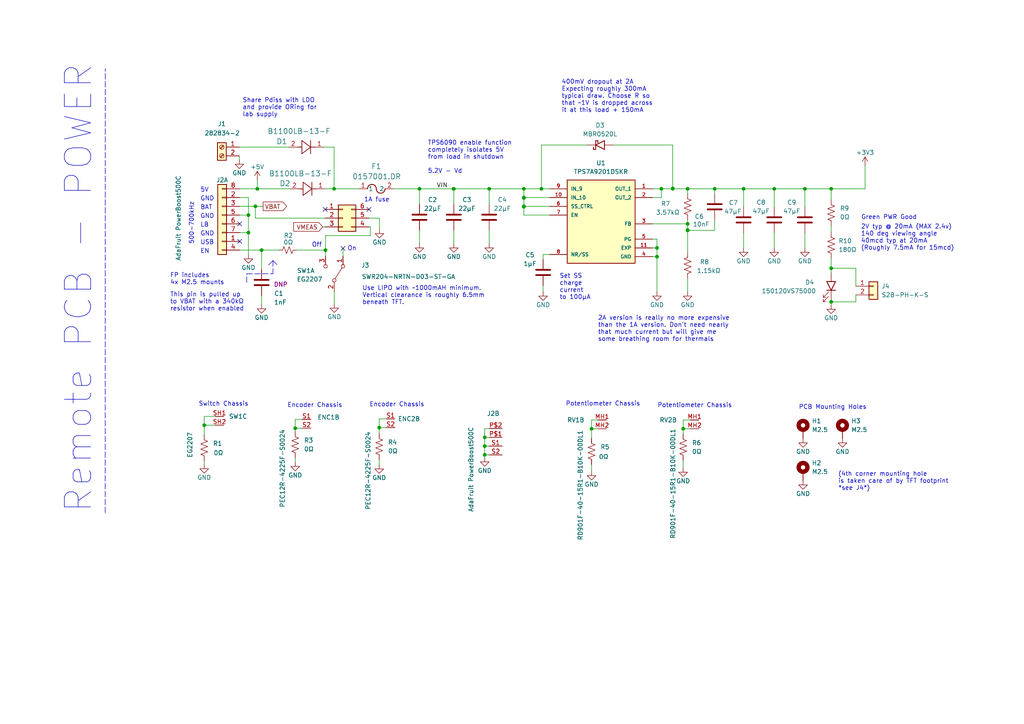
<source format=kicad_sch>
(kicad_sch (version 20211123) (generator eeschema)
  (paper "A4")
  (lib_symbols
    (symbol "015702.5DR:015702.5DR" (pin_names (offset 0.254))
      (property "Reference" "F" (at 5.08 3.175 0))
      (property "Value" "015702.5DR" (at 5.08 -3.175 0))
      (symbol "015702.5DR_1_1"
        (arc (start 5.08 0) (mid 3.81 1.27) (end 2.54 0) (stroke (width 0.254)))
        (arc (start 5.08 0) (mid 6.35 -1.27) (end 7.62 0) (stroke (width 0.254)))
        (pin unspecified line (at 0 0 0) (length 2.54) (name "1") (number "1"))
        (pin unspecified line (at 10.16 0 180) (length 2.54) (name "2") (number "2"))
      )
      (symbol "015702.5DR_1_2"
        (arc (start 0 5.08) (mid -1.27 3.81) (end 0 2.54) (stroke (width 0.254)))
        (arc (start 0 5.08) (mid 1.27 6.35) (end 0 7.62) (stroke (width 0.254)))
        (pin unspecified line (at 0 0 90) (length 2.54) (name "1") (number "1"))
        (pin unspecified line (at 0 10.16 270) (length 2.54) (name "2") (number "2"))
      )
    )
    (symbol "B1100LB-13-F:B1100LB-13-F" (pin_names (offset 0.254))
      (property "Reference" "CR" (at 5.08 4.445 0))
      (property "Value" "B1100LB-13-F" (at 5.08 -3.81 0))
      (symbol "B1100LB-13-F_1_1"
        (polyline (pts (xy 2.54 0) (xy 3.4798 0)) (stroke (width 0.2032)))
        (polyline (pts (xy 3.175 0) (xy 3.81 0)) (stroke (width 0.2032)))
        (polyline (pts (xy 3.81 -1.905) (xy 6.35 0)) (stroke (width 0.2032)))
        (polyline (pts (xy 3.81 1.905) (xy 3.81 -1.905)) (stroke (width 0.2032)))
        (polyline (pts (xy 6.35 -1.905) (xy 6.35 1.905)) (stroke (width 0.2032)))
        (polyline (pts (xy 6.35 0) (xy 3.81 1.905)) (stroke (width 0.2032)))
        (polyline (pts (xy 6.35 0) (xy 7.62 0)) (stroke (width 0.2032)))
        (pin unspecified line (at 10.16 0 180) (length 2.54) (name "") (number "1"))
        (pin unspecified line (at 0 0 0) (length 2.54) (name "") (number "2"))
      )
      (symbol "B1100LB-13-F_1_2"
        (polyline (pts (xy -1.905 3.81) (xy 1.905 3.81)) (stroke (width 0.2032)))
        (polyline (pts (xy 0 2.54) (xy 0 3.4798)) (stroke (width 0.2032)))
        (polyline (pts (xy 0 3.175) (xy 0 3.81)) (stroke (width 0.2032)))
        (polyline (pts (xy 0 6.35) (xy -1.905 3.81)) (stroke (width 0.2032)))
        (polyline (pts (xy 0 6.35) (xy 0 7.62)) (stroke (width 0.2032)))
        (polyline (pts (xy 1.905 3.81) (xy 0 6.35)) (stroke (width 0.2032)))
        (polyline (pts (xy 1.905 6.35) (xy -1.905 6.35)) (stroke (width 0.2032)))
        (pin unspecified line (at 0 10.16 270) (length 2.54) (name "") (number "1"))
        (pin unspecified line (at 0 0 90) (length 2.54) (name "") (number "2"))
      )
    )
    (symbol "CUSTOM:EG2207_ALT"
      (property "Reference" "SW1" (at 0.0636 4.0132 90))
      (property "Value" "EG2207_ALT" (at -14.4526 -1.905 90))
      (symbol "EG2207_ALT_1_0"
        (circle (center -3.175 0) (radius 0.508))
        (circle (center 0.889 -2.54) (radius 0.508))
      )
      (symbol "EG2207_ALT_1_1"
        (polyline (pts (xy -2.667 0.254) (xy 0.508 2.286)))
        (circle (center 0.889 2.54) (radius 0.508))
        (pin passive line (at 3.81 2.54 180) (length 2.54) (name "") (number "1"))
        (pin passive line (at -6.35 0 0) (length 2.54) (name "") (number "2"))
        (pin passive line (at 3.81 -2.54 180) (length 2.54) (name "") (number "3"))
      )
      (symbol "EG2207_ALT_2_0"
        (circle (center -3.175 0) (radius 0.508))
        (circle (center 0.889 -2.54) (radius 0.508))
      )
      (symbol "EG2207_ALT_2_1"
        (polyline (pts (xy -2.667 0.254) (xy 0.508 2.286)))
        (circle (center 0.889 2.54) (radius 0.508))
        (pin passive line (at 3.81 2.54 180) (length 2.54) (name "") (number "4"))
        (pin passive line (at -6.35 0 0) (length 2.54) (name "") (number "5"))
        (pin passive line (at 3.81 -2.54 180) (length 2.54) (name "") (number "6"))
      )
      (symbol "EG2207_ALT_3_1"
        (pin passive line (at -1.905 1.905 180) (length 2.54) (name "") (number "SH1"))
        (pin passive line (at -1.905 -0.635 180) (length 2.54) (name "") (number "SH2"))
      )
    )
    (symbol "CUSTOMPOTSYM_WITHCHASSISMOUNTS:R_Potentiometer_US" (pin_names (offset 1.016) hide)
      (property "Reference" "RV" (at -4.445 0 90))
      (property "Value" "R_Potentiometer_US" (at -2.54 0 90))
      (symbol "R_Potentiometer_US_1_1"
        (polyline (pts (xy 0 -2.286) (xy 0 -2.54)))
        (polyline (pts (xy 0 2.54) (xy 0 2.286)))
        (polyline (pts (xy 1.27 0) (xy 2.413 0.508) (xy 2.413 -0.508) (xy 1.27 0)) (fill (type outline)))
        (polyline (pts (xy 0 -0.762) (xy 1.016 -1.143) (xy 0 -1.524) (xy -1.016 -1.905) (xy 0 -2.286)))
        (polyline (pts (xy 0 0.762) (xy 1.016 0.381) (xy 0 0) (xy -1.016 -0.381) (xy 0 -0.762)))
        (polyline (pts (xy 0 2.286) (xy 1.016 1.905) (xy 0 1.524) (xy -1.016 1.143) (xy 0 0.762)))
        (pin passive line (at 0 3.81 270) (length 1.27) (name "1") (number "1"))
        (pin passive line (at 3.81 0 180) (length 1.27) (name "2") (number "2"))
        (pin passive line (at 0 -3.81 90) (length 1.27) (name "3") (number "3"))
      )
      (symbol "R_Potentiometer_US_2_1"
        (pin passive line (at 3.81 1.27 270) (length 2.54) (name "MH2") (number "MH1"))
        (pin passive line (at 1.27 1.27 270) (length 2.54) (name "MH1") (number "MH2"))
      )
    )
    (symbol "Capstone Project:custPwrboost" (pin_names hide)
      (property "Reference" "U" (at 0 0 0))
      (property "Value" "custPwrboost" (at 0 0 0))
      (symbol "custPwrboost_1_1"
        (rectangle (start -1.27 -8.128) (end 0 -8.382) (stroke (width 0.1524)))
        (rectangle (start -1.27 -5.588) (end 0 -5.842) (stroke (width 0.1524)))
        (rectangle (start -1.27 -3.048) (end 0 -3.302) (stroke (width 0.1524)))
        (rectangle (start -1.27 -0.508) (end 0 -0.762) (stroke (width 0.1524)))
        (rectangle (start -1.27 2.032) (end 0 1.778) (stroke (width 0.1524)))
        (rectangle (start -1.27 4.572) (end 0 4.318) (stroke (width 0.1524)))
        (rectangle (start -1.27 7.112) (end 0 6.858) (stroke (width 0.1524)))
        (rectangle (start -1.27 9.652) (end 0 9.398) (stroke (width 0.1524)))
        (rectangle (start -1.27 10.795) (end 1.27 -9.525) (stroke (width 0.254)) (fill (type background)))
        (pin passive line (at -5.08 -5.715 0) (length 3.81) (name "Pin_1") (number "1"))
        (pin passive line (at -5.08 6.985 0) (length 3.81) (name "Pin_2") (number "2"))
        (pin passive line (at -5.08 4.445 0) (length 3.81) (name "Pin_3") (number "3"))
        (pin passive line (at -5.08 -8.255 0) (length 3.81) (name "Pin_4") (number "4"))
        (pin passive line (at -5.08 1.905 0) (length 3.81) (name "Pin_5") (number "5"))
        (pin passive line (at -5.08 -0.635 0) (length 3.81) (name "Pin_6") (number "6"))
        (pin passive line (at -5.08 -3.175 0) (length 3.81) (name "Pin_7") (number "7"))
        (pin passive line (at -5.08 9.525 0) (length 3.81) (name "Pin_8") (number "8"))
      )
      (symbol "custPwrboost_2_1"
        (pin passive line (at 1.27 8.89 0) (length 3.81) (name "P$1") (number "P$1"))
        (pin passive line (at 1.27 11.43 0) (length 3.81) (name "P$2") (number "P$2"))
        (pin passive line (at 1.27 6.35 0) (length 3.81) (name "M1") (number "S1"))
        (pin passive line (at 1.27 3.81 0) (length 3.81) (name "M2") (number "S2"))
      )
    )
    (symbol "Connector:Screw_Terminal_01x02" (pin_names (offset 1.016) hide)
      (property "Reference" "J" (at 0 2.54 0))
      (property "Value" "Screw_Terminal_01x02" (at 0 -5.08 0))
      (symbol "Screw_Terminal_01x02_1_1"
        (rectangle (start -1.27 1.27) (end 1.27 -3.81) (stroke (width 0.254)) (fill (type background)))
        (circle (center 0 -2.54) (radius 0.635) (stroke (width 0.1524)))
        (polyline (pts (xy -0.5334 -2.2098) (xy 0.3302 -3.048)) (stroke (width 0.1524)))
        (polyline (pts (xy -0.5334 0.3302) (xy 0.3302 -0.508)) (stroke (width 0.1524)))
        (polyline (pts (xy -0.3556 -2.032) (xy 0.508 -2.8702)) (stroke (width 0.1524)))
        (polyline (pts (xy -0.3556 0.508) (xy 0.508 -0.3302)) (stroke (width 0.1524)))
        (circle (center 0 0) (radius 0.635) (stroke (width 0.1524)))
        (pin passive line (at -5.08 0 0) (length 3.81) (name "Pin_1") (number "1"))
        (pin passive line (at -5.08 -2.54 0) (length 3.81) (name "Pin_2") (number "2"))
      )
    )
    (symbol "Connector_Generic:Conn_01x02" (pin_names (offset 1.016) hide)
      (property "Reference" "J" (at 0 2.54 0))
      (property "Value" "Conn_01x02" (at 0 -5.08 0))
      (symbol "Conn_01x02_1_1"
        (rectangle (start -1.27 -2.413) (end 0 -2.667) (stroke (width 0.1524)))
        (rectangle (start -1.27 0.127) (end 0 -0.127) (stroke (width 0.1524)))
        (rectangle (start -1.27 1.27) (end 1.27 -3.81) (stroke (width 0.254)) (fill (type background)))
        (pin passive line (at -5.08 0 0) (length 3.81) (name "Pin_1") (number "1"))
        (pin passive line (at -5.08 -2.54 0) (length 3.81) (name "Pin_2") (number "2"))
      )
    )
    (symbol "Connector_Generic:Conn_02x03_Counter_Clockwise" (pin_names (offset 1.016) hide)
      (property "Reference" "J" (at 1.27 5.08 0))
      (property "Value" "Conn_02x03_Counter_Clockwise" (at 1.27 -5.08 0))
      (symbol "Conn_02x03_Counter_Clockwise_1_1"
        (rectangle (start -1.27 -2.413) (end 0 -2.667) (stroke (width 0.1524)))
        (rectangle (start -1.27 0.127) (end 0 -0.127) (stroke (width 0.1524)))
        (rectangle (start -1.27 2.667) (end 0 2.413) (stroke (width 0.1524)))
        (rectangle (start -1.27 3.81) (end 3.81 -3.81) (stroke (width 0.254)) (fill (type background)))
        (rectangle (start 3.81 -2.413) (end 2.54 -2.667) (stroke (width 0.1524)))
        (rectangle (start 3.81 0.127) (end 2.54 -0.127) (stroke (width 0.1524)))
        (rectangle (start 3.81 2.667) (end 2.54 2.413) (stroke (width 0.1524)))
        (pin passive line (at -5.08 2.54 0) (length 3.81) (name "Pin_1") (number "1"))
        (pin passive line (at -5.08 0 0) (length 3.81) (name "Pin_2") (number "2"))
        (pin passive line (at -5.08 -2.54 0) (length 3.81) (name "Pin_3") (number "3"))
        (pin passive line (at 7.62 -2.54 180) (length 3.81) (name "Pin_4") (number "4"))
        (pin passive line (at 7.62 0 180) (length 3.81) (name "Pin_5") (number "5"))
        (pin passive line (at 7.62 2.54 180) (length 3.81) (name "Pin_6") (number "6"))
      )
    )
    (symbol "Device:C" (pin_numbers hide) (pin_names (offset 0.254))
      (property "Reference" "C" (at 0.635 2.54 0))
      (property "Value" "C" (at 0.635 -2.54 0))
      (symbol "C_0_1"
        (polyline (pts (xy -2.032 -0.762) (xy 2.032 -0.762)) (stroke (width 0.508)))
        (polyline (pts (xy -2.032 0.762) (xy 2.032 0.762)) (stroke (width 0.508)))
      )
      (symbol "C_1_1"
        (pin passive line (at 0 3.81 270) (length 2.794) (name "~") (number "1"))
        (pin passive line (at 0 -3.81 90) (length 2.794) (name "~") (number "2"))
      )
    )
    (symbol "Device:D_Schottky" (pin_numbers hide) (pin_names (offset 1.016) hide)
      (property "Reference" "D?" (at -0.3175 6.985 0))
      (property "Value" "D_Schottky" (at -0.3175 4.445 0))
      (symbol "D_Schottky_0_1"
        (polyline (pts (xy 1.27 1.27) (xy 1.27 -1.27) (xy -1.27 0) (xy 1.27 1.27)) (stroke (width 0.254)))
        (polyline (pts (xy -1.905 0.635) (xy -1.905 1.27) (xy -1.27 1.27) (xy -1.27 -1.27) (xy -0.635 -1.27) (xy -0.635 -0.635)) (stroke (width 0.254)))
      )
      (symbol "D_Schottky_1_1"
        (pin passive line (at -3.81 0 0) (length 2.54) (name "K") (number "1"))
        (pin passive line (at 3.81 0 180) (length 2.54) (name "A") (number "2"))
      )
    )
    (symbol "Device:LED" (pin_numbers hide) (pin_names (offset 1.016) hide)
      (property "Reference" "D1" (at 3.81 -0.3174 90))
      (property "Value" "LED" (at 3.81 -2.8574 90))
      (symbol "LED_0_1"
        (polyline (pts (xy -1.27 -1.27) (xy -1.27 1.27)) (stroke (width 0.254)))
        (polyline (pts (xy 1.27 -1.27) (xy 1.27 1.27) (xy -1.27 0) (xy 1.27 -1.27)) (stroke (width 0.254)))
        (polyline (pts (xy -3.048 -0.762) (xy -4.572 -2.286) (xy -3.81 -2.286) (xy -4.572 -2.286) (xy -4.572 -1.524)))
        (polyline (pts (xy -1.778 -0.762) (xy -3.302 -2.286) (xy -2.54 -2.286) (xy -3.302 -2.286) (xy -3.302 -1.524)))
      )
      (symbol "LED_1_1"
        (pin passive line (at -3.81 0 0) (length 2.54) (name "K") (number "1"))
        (pin passive line (at 3.81 0 180) (length 2.54) (name "A") (number "2"))
      )
    )
    (symbol "Device:R_Small_US" (pin_numbers hide) (pin_names (offset 0.254) hide)
      (property "Reference" "R" (at 0.762 0.508 0))
      (property "Value" "R_Small_US" (at 0.762 -1.016 0))
      (symbol "R_Small_US_1_1"
        (polyline (pts (xy 0 0) (xy 1.016 -0.381) (xy 0 -0.762) (xy -1.016 -1.143) (xy 0 -1.524)))
        (polyline (pts (xy 0 1.524) (xy 1.016 1.143) (xy 0 0.762) (xy -1.016 0.381) (xy 0 0)))
        (pin passive line (at 0 2.54 270) (length 1.016) (name "~") (number "1"))
        (pin passive line (at 0 -2.54 90) (length 1.016) (name "~") (number "2"))
      )
    )
    (symbol "Device:R_US" (pin_numbers hide) (pin_names (offset 0))
      (property "Reference" "R" (at 2.54 0 90))
      (property "Value" "R_US" (at -2.54 0 90))
      (symbol "R_US_0_1"
        (polyline (pts (xy 0 -2.286) (xy 0 -2.54)))
        (polyline (pts (xy 0 2.286) (xy 0 2.54)))
        (polyline (pts (xy 0 -0.762) (xy 1.016 -1.143) (xy 0 -1.524) (xy -1.016 -1.905) (xy 0 -2.286)))
        (polyline (pts (xy 0 0.762) (xy 1.016 0.381) (xy 0 0) (xy -1.016 -0.381) (xy 0 -0.762)))
        (polyline (pts (xy 0 2.286) (xy 1.016 1.905) (xy 0 1.524) (xy -1.016 1.143) (xy 0 0.762)))
      )
      (symbol "R_US_1_1"
        (pin passive line (at 0 3.81 270) (length 1.27) (name "~") (number "1"))
        (pin passive line (at 0 -3.81 90) (length 1.27) (name "~") (number "2"))
      )
    )
    (symbol "MFS201N−16−Z_1"
      (property "Reference" "SW1" (at 4.0132 0.0636 90))
      (property "Value" "SW_EG2207" (at 4.0132 -2.4764 90))
      (symbol "MFS201N−16−Z_1_1_0"
        (circle (center -3.175 0) (radius 0.508))
        (circle (center 0.889 -2.54) (radius 0.508))
      )
      (symbol "MFS201N−16−Z_1_1_1"
        (polyline (pts (xy -2.667 0.254) (xy 0.508 2.286)))
        (circle (center 0.889 2.54) (radius 0.508))
        (pin passive line (at 3.81 2.54 180) (length 2.54) (name "") (number "1"))
        (pin passive line (at -6.35 0 0) (length 2.54) (name "") (number "2"))
        (pin passive line (at 3.81 -2.54 180) (length 2.54) (name "") (number "3"))
      )
      (symbol "MFS201N−16−Z_1_2_0"
        (circle (center -3.175 0) (radius 0.508))
        (circle (center 0.889 -2.54) (radius 0.508))
      )
      (symbol "MFS201N−16−Z_1_2_1"
        (polyline (pts (xy -2.667 0.254) (xy 0.508 2.286)))
        (circle (center 0.889 2.54) (radius 0.508))
        (pin passive line (at 3.81 2.54 180) (length 2.54) (name "") (number "4"))
        (pin passive line (at -6.35 0 0) (length 2.54) (name "") (number "5"))
        (pin passive line (at 3.81 -2.54 180) (length 2.54) (name "") (number "6"))
      )
      (symbol "MFS201N−16−Z_1_3_1"
        (pin passive line (at -1.905 1.905 180) (length 2.54) (name "") (number "SH1"))
        (pin passive line (at -1.905 -0.635 180) (length 2.54) (name "") (number "SH2"))
      )
    )
    (symbol "Mechanical:MountingHole_Pad" (pin_numbers hide) (pin_names (offset 1.016) hide)
      (property "Reference" "H" (at 0 6.35 0))
      (property "Value" "MountingHole_Pad" (at 0 4.445 0))
      (symbol "MountingHole_Pad_0_1"
        (circle (center 0 1.27) (radius 1.27) (stroke (width 1.27)))
      )
      (symbol "MountingHole_Pad_1_1"
        (pin input line (at 0 -2.54 90) (length 2.54) (name "1") (number "1"))
      )
    )
    (symbol "R_Potentiometer_US_3" (pin_names (offset 1.016) hide)
      (property "Reference" "RV" (at -4.445 0 90))
      (property "Value" "R_Potentiometer_US_3" (at -2.54 0 90))
      (symbol "R_Potentiometer_US_3_1_1"
        (polyline (pts (xy 0 -2.286) (xy 0 -2.54)))
        (polyline (pts (xy 0 2.54) (xy 0 2.286)))
        (polyline (pts (xy 1.27 0) (xy 2.413 0.508) (xy 2.413 -0.508) (xy 1.27 0)) (fill (type outline)))
        (polyline (pts (xy 0 -0.762) (xy 1.016 -1.143) (xy 0 -1.524) (xy -1.016 -1.905) (xy 0 -2.286)))
        (polyline (pts (xy 0 0.762) (xy 1.016 0.381) (xy 0 0) (xy -1.016 -0.381) (xy 0 -0.762)))
        (polyline (pts (xy 0 2.286) (xy 1.016 1.905) (xy 0 1.524) (xy -1.016 1.143) (xy 0 0.762)))
        (pin passive line (at 0 3.81 270) (length 1.27) (name "1") (number "1"))
        (pin passive line (at 3.81 0 180) (length 1.27) (name "2") (number "2"))
        (pin passive line (at 0 -3.81 90) (length 1.27) (name "3") (number "3"))
      )
      (symbol "R_Potentiometer_US_3_2_1"
        (pin passive line (at 3.81 1.27 270) (length 2.54) (name "MH2") (number "MH1"))
        (pin passive line (at 1.27 1.27 270) (length 2.54) (name "MH1") (number "MH2"))
      )
    )
    (symbol "RotaryEncoder_Switch_2" (pin_names (offset 0.254) hide)
      (property "Reference" "SW" (at 0 6.604 0))
      (property "Value" "RotaryEncoder_Switch_2" (at 0 -6.604 0))
      (symbol "RotaryEncoder_Switch_2_1_1"
        (rectangle (start -3.175 5.08) (end 3.175 -5.08) (stroke (width 0.254)) (fill (type background)))
        (polyline (pts (xy 1.905 0) (xy 1.524 0)) (stroke (width 0.254)))
        (polyline (pts (xy 1.905 1.016) (xy 1.905 -1.016)) (stroke (width 0.254)))
        (polyline (pts (xy 3.175 -2.54) (xy 2.413 -2.54) (xy 2.413 -1.016)) (stroke (width 0.254)))
        (polyline (pts (xy 3.175 2.54) (xy 2.413 2.54) (xy 2.413 1.016)) (stroke (width 0.254)))
        (circle (center 2.413 -1.016) (radius 0.127) (stroke (width 0.254)))
        (circle (center 2.413 1.016) (radius 0.127) (stroke (width 0.254)))
        (pin passive line (at 5.715 2.54 180) (length 2.54) (name "") (number "1"))
        (pin passive line (at 5.715 -2.54 180) (length 2.54) (name "") (number "2"))
        (pin passive line (at -5.715 2.54 0) (length 2.54) (name "A") (number "A"))
        (pin passive line (at -5.715 -2.54 0) (length 2.54) (name "B") (number "B"))
        (pin passive line (at -5.715 0 0) (length 2.54) (name "C") (number "C"))
      )
      (symbol "RotaryEncoder_Switch_2_2_0"
        (pin passive line (at 1.905 1.27 180) (length 2.54) (name "MP1") (number "S1"))
        (pin passive line (at 1.905 -1.27 180) (length 2.54) (name "MP2") (number "S2"))
      )
    )
    (symbol "RotaryEncoder_Switch_3" (pin_names (offset 0.254) hide)
      (property "Reference" "SW" (at 0 6.604 0))
      (property "Value" "RotaryEncoder_Switch_3" (at 0 -6.604 0))
      (symbol "RotaryEncoder_Switch_3_1_1"
        (rectangle (start -3.175 5.08) (end 3.175 -5.08) (stroke (width 0.254)) (fill (type background)))
        (polyline (pts (xy 1.905 0) (xy 1.524 0)) (stroke (width 0.254)))
        (polyline (pts (xy 1.905 1.016) (xy 1.905 -1.016)) (stroke (width 0.254)))
        (polyline (pts (xy 3.175 -2.54) (xy 2.413 -2.54) (xy 2.413 -1.016)) (stroke (width 0.254)))
        (polyline (pts (xy 3.175 2.54) (xy 2.413 2.54) (xy 2.413 1.016)) (stroke (width 0.254)))
        (circle (center 2.413 -1.016) (radius 0.127) (stroke (width 0.254)))
        (circle (center 2.413 1.016) (radius 0.127) (stroke (width 0.254)))
        (pin passive line (at 5.715 2.54 180) (length 2.54) (name "") (number "1"))
        (pin passive line (at 5.715 -2.54 180) (length 2.54) (name "") (number "2"))
        (pin passive line (at -5.715 2.54 0) (length 2.54) (name "A") (number "A"))
        (pin passive line (at -5.715 -2.54 0) (length 2.54) (name "B") (number "B"))
        (pin passive line (at -5.715 0 0) (length 2.54) (name "C") (number "C"))
      )
      (symbol "RotaryEncoder_Switch_3_2_0"
        (pin passive line (at 1.905 1.27 180) (length 2.54) (name "MP1") (number "S1"))
        (pin passive line (at 1.905 -1.27 180) (length 2.54) (name "MP2") (number "S2"))
      )
    )
    (symbol "TPS7A9101DSKR_1" (pin_names (offset 1.016))
      (property "Reference" "U1" (at 2.794 20.193 0))
      (property "Value" "TPS7A9201DSKR" (at 2.794 17.653 0))
      (symbol "TPS7A9101DSKR_1_0_0"
        (rectangle (start -6.985 15.24) (end 12.7 -8.89) (stroke (width 0.254)) (fill (type background)))
        (pin output line (at 17.78 12.7 180) (length 5.08) (name "OUT_1") (number "1"))
        (pin input line (at -12.065 10.16 0) (length 5.08) (name "IN_10") (number "10"))
        (pin passive line (at 17.78 -4.445 180) (length 5.08) (name "EXP") (number "11"))
        (pin output line (at 17.78 -6.985 180) (length 5.08) hide (name "12") (number "12"))
        (pin output line (at 17.78 -6.985 180) (length 5.08) hide (name "") (number "13"))
        (pin output line (at 17.78 -6.985 180) (length 5.08) hide (name "") (number "14"))
        (pin output line (at 17.78 -6.985 180) (length 5.08) hide (name "") (number "15"))
        (pin output line (at 17.78 10.16 180) (length 5.08) (name "OUT_2") (number "2"))
        (pin input line (at 17.78 2.54 180) (length 5.08) (name "FB") (number "3"))
        (pin power_in line (at 17.78 -6.985 180) (length 5.08) (name "GND") (number "4"))
        (pin power_out line (at 17.78 -1.905 180) (length 5.08) (name "PG") (number "5"))
        (pin input line (at -12.065 7.62 0) (length 5.08) (name "SS_CTRL") (number "6"))
        (pin input line (at -12.065 5.08 0) (length 5.08) (name "EN") (number "7"))
        (pin passive line (at -12.065 -6.35 0) (length 5.08) (name "NR/SS") (number "8"))
        (pin input line (at -12.065 12.7 0) (length 5.08) (name "IN_9") (number "9"))
      )
    )
    (symbol "power:+3V3" (power) (pin_names (offset 0))
      (property "Value" "+3V3" (at 0 3.556 0))
      (symbol "+3V3_0_1"
        (polyline (pts (xy -0.762 1.27) (xy 0 2.54)))
        (polyline (pts (xy 0 0) (xy 0 2.54)))
        (polyline (pts (xy 0 2.54) (xy 0.762 1.27)))
      )
      (symbol "+3V3_1_1"
        (pin power_in line (at 0 0 90) (length 0) hide (name "+3V3") (number "1"))
      )
    )
    (symbol "power:+5V" (power) (pin_names (offset 0))
      (property "Value" "+5V" (at 0 3.556 0))
      (symbol "+5V_0_1"
        (polyline (pts (xy -0.762 1.27) (xy 0 2.54)))
        (polyline (pts (xy 0 0) (xy 0 2.54)))
        (polyline (pts (xy 0 2.54) (xy 0.762 1.27)))
      )
      (symbol "+5V_1_1"
        (pin power_in line (at 0 0 90) (length 0) hide (name "+5V") (number "1"))
      )
    )
    (symbol "power:GND" (power) (pin_names (offset 0))
      (property "Value" "GND" (at 0 -3.81 0))
      (symbol "GND_0_1"
        (polyline (pts (xy 0 0) (xy 0 -1.27) (xy 1.27 -1.27) (xy 0 -2.54) (xy -1.27 -1.27) (xy 0 -1.27)))
      )
      (symbol "GND_1_1"
        (pin power_in line (at 0 0 270) (length 0) hide (name "GND") (number "1"))
      )
    )
  )
  (junction (at 140.589 131.9276))
  (junction (at 140.589 126.8476))
  (junction (at 72.0598 67.4624))
  (junction (at 190.5508 71.9074))
  (junction (at 151.9428 54.7624))
  (junction (at 151.9428 57.4294))
  (junction (at 151.9428 59.8424))
  (junction (at 109.982 124.0282))
  (junction (at 131.6228 54.7624))
  (junction (at 141.8844 54.7624))
  (junction (at 199.4408 54.7624))
  (junction (at 59.2328 123.317))
  (junction (at 190.5508 74.4474))
  (junction (at 151.9428 57.3024))
  (junction (at 241.0714 87.5538))
  (junction (at 233.4514 54.7624))
  (junction (at 131.572 54.7624))
  (junction (at 224.5614 54.7624))
  (junction (at 96.901 54.7624))
  (junction (at 151.9428 59.9694))
  (junction (at 94.4118 72.5424))
  (junction (at 215.6714 54.7624))
  (junction (at 75.8698 72.5424))
  (junction (at 199.4408 66.8274))
  (junction (at 195.1228 54.7624))
  (junction (at 241.0714 77.8002))
  (junction (at 140.589 129.3876))
  (junction (at 241.0714 54.7624))
  (junction (at 85.6234 124.206))
  (junction (at 191.8208 54.7624))
  (junction (at 157.0228 54.7624))
  (junction (at 171.577 124.3584))
  (junction (at 195.1228 54.6354))
  (junction (at 74.6252 54.7624))
  (junction (at 198.1454 124.3584))
  (junction (at 199.4408 64.9224))
  (junction (at 74.0664 59.8424))
  (junction (at 121.666 54.7624))
  (junction (at 72.0598 62.3824))
  (junction (at 199.4408 66.7004))
  (junction (at 207.2894 54.7624))
  (no_connect (at 94.3102 60.7314))
  (no_connect (at 99.4918 72.0344))
  (no_connect (at 69.5198 64.9224))
  (no_connect (at 69.5198 70.0024))
  (no_connect (at 107.0102 60.7314))
  (wire (pts (xy 114.2238 54.7624) (xy 121.666 54.7624)))
  (wire (pts (xy 207.2894 63.7794) (xy 207.2894 66.8274)))
  (wire (pts (xy 190.5508 69.3674) (xy 190.5508 71.9074)))
  (wire (pts (xy 140.589 131.9276) (xy 141.859 131.9276)))
  (wire (pts (xy 72.0598 67.4624) (xy 72.0598 73.8124)))
  (polyline (pts (xy 77.9018 76.8604) (xy 79.1718 75.5904)))
  (wire (pts (xy 131.6228 59.2074) (xy 131.6228 54.7624)))
  (wire (pts (xy 131.6228 66.8274) (xy 131.6228 70.6374)))
  (wire (pts (xy 94.4118 68.326) (xy 94.4118 72.5424)))
  (wire (pts (xy 198.1454 121.8184) (xy 200.1774 121.8184)))
  (wire (pts (xy 199.4408 66.7004) (xy 199.4408 64.9224)))
  (wire (pts (xy 241.0714 65.5066) (xy 241.0714 67.3354)))
  (wire (pts (xy 224.5614 59.9694) (xy 224.5614 54.7624)))
  (wire (pts (xy 93.9038 42.672) (xy 96.901 42.672)))
  (wire (pts (xy 86.0298 72.5424) (xy 94.4118 72.5424)))
  (wire (pts (xy 69.4182 45.212) (xy 69.4182 46.355)))
  (wire (pts (xy 250.9012 48.0568) (xy 250.9012 54.7624)))
  (wire (pts (xy 224.5614 67.5894) (xy 224.5614 71.9074)))
  (wire (pts (xy 151.9428 54.7624) (xy 157.0228 54.7624)))
  (wire (pts (xy 233.4514 54.7624) (xy 241.0714 54.7624)))
  (wire (pts (xy 59.2328 133.7056) (xy 59.2328 134.6962)))
  (wire (pts (xy 140.589 126.8476) (xy 141.859 126.8476)))
  (wire (pts (xy 241.0714 87.5538) (xy 241.0714 88.4174)))
  (wire (pts (xy 248.2342 87.5538) (xy 248.2342 85.5472)))
  (wire (pts (xy 94.2594 54.7624) (xy 96.901 54.7624)))
  (wire (pts (xy 74.6252 52.2224) (xy 74.6252 54.7624)))
  (polyline (pts (xy 79.1718 75.5904) (xy 80.4418 76.8604)))
  (wire (pts (xy 159.4358 57.3024) (xy 151.9428 57.3024)))
  (wire (pts (xy 248.2342 77.8002) (xy 241.0714 77.8002)))
  (wire (pts (xy 75.8698 72.5424) (xy 75.8698 78.1304)))
  (wire (pts (xy 191.8208 54.7624) (xy 191.8208 57.3024)))
  (wire (pts (xy 191.8208 57.3024) (xy 189.2808 57.3024)))
  (wire (pts (xy 199.4408 63.7794) (xy 199.4408 64.9224)))
  (wire (pts (xy 109.982 121.4882) (xy 109.982 124.0282)))
  (wire (pts (xy 99.4918 72.0344) (xy 99.4918 74.3204)))
  (wire (pts (xy 151.9428 59.9694) (xy 151.9428 62.3824)))
  (wire (pts (xy 199.4408 54.7624) (xy 207.2894 54.7624)))
  (wire (pts (xy 85.6234 125.1712) (xy 85.6234 124.206)))
  (wire (pts (xy 233.4514 67.5894) (xy 233.4514 71.9074)))
  (wire (pts (xy 74.6252 54.7624) (xy 84.0994 54.7624)))
  (wire (pts (xy 141.8844 54.7624) (xy 151.9428 54.7624)))
  (wire (pts (xy 85.6234 134.0358) (xy 85.6234 132.7912)))
  (wire (pts (xy 198.1454 133.5278) (xy 198.1454 135.6868)))
  (wire (pts (xy 157.5308 73.8124) (xy 159.4358 73.8124)))
  (wire (pts (xy 157.5308 82.8294) (xy 157.5308 84.6074)))
  (wire (pts (xy 109.982 124.0282) (xy 112.014 124.0282)))
  (wire (pts (xy 191.8208 54.7624) (xy 195.1228 54.7624)))
  (wire (pts (xy 69.5198 54.7624) (xy 74.6252 54.7624)))
  (wire (pts (xy 85.6234 124.206) (xy 87.6554 124.206)))
  (wire (pts (xy 170.2308 42.0624) (xy 157.0228 42.0624)))
  (polyline (pts (xy 30.5054 148.717) (xy 30.5308 19.8374)))
  (wire (pts (xy 141.8844 66.8274) (xy 141.8844 70.6374)))
  (wire (pts (xy 215.6714 71.9074) (xy 215.6714 67.5894)))
  (wire (pts (xy 241.0714 74.9554) (xy 241.0714 77.8002)))
  (wire (pts (xy 69.5198 59.8424) (xy 74.0664 59.8424)))
  (wire (pts (xy 241.0714 54.7624) (xy 250.9012 54.7624)))
  (wire (pts (xy 199.4408 66.7004) (xy 199.4408 66.8274)))
  (wire (pts (xy 107.442 65.8114) (xy 107.442 68.326)))
  (wire (pts (xy 195.1228 54.7624) (xy 199.4408 54.7624)))
  (wire (pts (xy 140.589 129.3876) (xy 141.859 129.3876)))
  (wire (pts (xy 151.9428 59.8424) (xy 151.9428 57.4294)))
  (wire (pts (xy 110.0582 63.2714) (xy 110.0582 66.4718)))
  (wire (pts (xy 107.0102 65.8114) (xy 107.442 65.8114)))
  (polyline (pts (xy 71.5518 79.4004) (xy 79.1718 79.4004)))
  (wire (pts (xy 69.5198 62.3824) (xy 72.0598 62.3824)))
  (wire (pts (xy 207.2894 54.7624) (xy 207.2894 56.1594)))
  (wire (pts (xy 151.9428 54.7624) (xy 151.9428 57.3024)))
  (wire (pts (xy 69.5198 57.3024) (xy 72.0598 57.3024)))
  (wire (pts (xy 199.4408 73.1774) (xy 199.4408 66.8274)))
  (wire (pts (xy 195.1228 42.0624) (xy 195.1228 54.6354)))
  (wire (pts (xy 195.1228 54.6354) (xy 195.1228 54.7624)))
  (wire (pts (xy 59.2328 120.777) (xy 59.2328 123.317)))
  (wire (pts (xy 189.2808 54.7624) (xy 191.8208 54.7624)))
  (wire (pts (xy 75.8698 72.5424) (xy 80.9498 72.5424)))
  (wire (pts (xy 159.4358 62.3824) (xy 151.9428 62.3824)))
  (wire (pts (xy 69.5198 72.5424) (xy 75.8698 72.5424)))
  (wire (pts (xy 69.4182 42.672) (xy 83.7438 42.672)))
  (wire (pts (xy 69.5198 67.4624) (xy 72.0598 67.4624)))
  (wire (pts (xy 62.3824 120.777) (xy 59.2328 120.777)))
  (polyline (pts (xy 79.1718 75.5904) (xy 79.1718 79.4004)))
  (wire (pts (xy 190.5508 74.4474) (xy 189.2808 74.4474)))
  (wire (pts (xy 93.599 65.8114) (xy 94.3102 65.8114)))
  (wire (pts (xy 241.0714 86.741) (xy 241.0714 87.5538)))
  (wire (pts (xy 157.5308 73.8124) (xy 157.5308 75.2094)))
  (wire (pts (xy 198.1454 124.3584) (xy 198.1454 125.9078)))
  (wire (pts (xy 75.8698 85.7504) (xy 75.8698 88.2904)))
  (wire (pts (xy 94.4118 72.5424) (xy 94.4118 74.3204)))
  (wire (pts (xy 207.2894 66.8274) (xy 199.4408 66.8274)))
  (wire (pts (xy 171.577 124.3584) (xy 171.577 127.1016)))
  (wire (pts (xy 72.0598 62.3824) (xy 72.0598 67.4624)))
  (wire (pts (xy 140.589 124.3076) (xy 140.589 126.8476)))
  (wire (pts (xy 207.2894 54.7624) (xy 215.6714 54.7624)))
  (wire (pts (xy 62.3824 123.317) (xy 59.2328 123.317)))
  (wire (pts (xy 173.355 124.3584) (xy 171.577 124.3584)))
  (wire (pts (xy 190.5508 71.9074) (xy 190.5508 74.4474)))
  (wire (pts (xy 215.6714 59.9694) (xy 215.6714 54.7624)))
  (wire (pts (xy 72.0598 57.3024) (xy 72.0598 62.3824)))
  (wire (pts (xy 140.589 126.8476) (xy 140.589 129.3876)))
  (wire (pts (xy 189.2808 71.9074) (xy 190.5508 71.9074)))
  (wire (pts (xy 198.1454 121.8184) (xy 198.1454 124.3584)))
  (wire (pts (xy 85.6234 121.666) (xy 85.6234 124.206)))
  (wire (pts (xy 171.577 121.8184) (xy 171.577 124.3584)))
  (wire (pts (xy 74.0664 59.8424) (xy 74.0664 63.2714)))
  (wire (pts (xy 131.572 54.7624) (xy 131.6228 54.7624)))
  (wire (pts (xy 107.0102 63.2714) (xy 110.0582 63.2714)))
  (wire (pts (xy 94.4118 68.326) (xy 107.442 68.326)))
  (wire (pts (xy 200.1774 124.3584) (xy 198.1454 124.3584)))
  (wire (pts (xy 85.6234 121.666) (xy 87.6554 121.666)))
  (wire (pts (xy 140.589 129.3876) (xy 140.589 131.9276)))
  (wire (pts (xy 241.0714 87.5538) (xy 248.2342 87.5538)))
  (wire (pts (xy 151.9428 57.3024) (xy 151.9428 57.4294)))
  (wire (pts (xy 141.8844 59.2074) (xy 141.8844 54.7624)))
  (wire (pts (xy 121.666 54.7624) (xy 121.666 59.2074)))
  (wire (pts (xy 140.589 131.9276) (xy 140.589 132.6896)))
  (wire (pts (xy 74.0664 59.8424) (xy 76.3016 59.8424)))
  (wire (pts (xy 233.4514 59.9694) (xy 233.4514 54.7624)))
  (wire (pts (xy 109.982 125.73) (xy 109.982 124.0282)))
  (polyline (pts (xy 71.5518 81.9404) (xy 71.5518 79.4004)))
  (wire (pts (xy 177.8508 42.0624) (xy 195.1228 42.0624)))
  (wire (pts (xy 241.0714 77.8002) (xy 241.0714 79.121)))
  (wire (pts (xy 109.982 121.4882) (xy 112.014 121.4882)))
  (wire (pts (xy 241.0714 54.7624) (xy 241.0714 57.8866)))
  (wire (pts (xy 199.4408 80.7974) (xy 199.4408 84.6074)))
  (wire (pts (xy 224.5614 54.7624) (xy 233.4514 54.7624)))
  (wire (pts (xy 248.2342 83.0072) (xy 248.2342 77.8002)))
  (wire (pts (xy 96.9518 84.4804) (xy 96.9518 88.0872)))
  (wire (pts (xy 189.2808 69.3674) (xy 190.5508 69.3674)))
  (wire (pts (xy 109.982 134.747) (xy 109.982 133.35)))
  (wire (pts (xy 121.666 54.7624) (xy 131.572 54.7624)))
  (wire (pts (xy 190.5508 74.4474) (xy 190.5508 84.6074)))
  (wire (pts (xy 171.577 121.8184) (xy 173.355 121.8184)))
  (wire (pts (xy 199.4408 56.1594) (xy 199.4408 54.7624)))
  (wire (pts (xy 157.0228 54.7624) (xy 159.4358 54.7624)))
  (wire (pts (xy 96.901 54.7624) (xy 104.0638 54.7624)))
  (wire (pts (xy 151.9428 59.8424) (xy 151.9428 59.9694)))
  (wire (pts (xy 171.577 134.7216) (xy 171.577 136.6774)))
  (wire (pts (xy 59.2328 123.317) (xy 59.2328 126.0856)))
  (wire (pts (xy 157.0228 42.0624) (xy 157.0228 54.7624)))
  (wire (pts (xy 159.4358 59.8424) (xy 151.9428 59.8424)))
  (wire (pts (xy 96.901 42.672) (xy 96.901 54.7624)))
  (wire (pts (xy 74.0664 63.2714) (xy 94.3102 63.2714)))
  (wire (pts (xy 189.2808 64.9224) (xy 199.4408 64.9224)))
  (wire (pts (xy 141.859 124.3076) (xy 140.589 124.3076)))
  (wire (pts (xy 131.6228 54.7624) (xy 141.8844 54.7624)))
  (wire (pts (xy 215.6714 54.7624) (xy 224.5614 54.7624)))
  (wire (pts (xy 121.666 66.8274) (xy 121.666 70.6374)))
  (text "PWR Good" (at 256.1082 63.8556 0) (effects (font (size 1.27 1.27)) (justify left bottom)))
  (text "TPS6090 enable function\ncompletely isolates 5V\nfrom load in shutdown\n\n5.2V - Vd" (at 124.0536 50.4698 0) (effects (font (size 1.27 1.27)) (justify left bottom)))
  (text "EN" (at 58.0898 73.6854 0) (effects (font (size 1.27 1.27)) (justify left bottom)))
  (text "Share Pdiss with LDO\nand provide ORing for \nlab supply" (at 70.3326 34.036 0) (effects (font (size 1.27 1.27)) (justify left bottom)))
  (text "Switch Chassis" (at 57.5818 118.0084 0) (effects (font (size 1.27 1.27)) (justify left bottom)))
  (text "GND" (at 58.0898 63.5254 0) (effects (font (size 1.27 1.27)) (justify left bottom)))
  (text "500-700kHz" (at 56.3118 70.993 90) (effects (font (size 1.27 1.27)) (justify left bottom)))
  (text "Remote PCB - POWER" (at 27.2288 149.1742 90) (effects (font (size 7.62 7.62)) (justify left bottom)))
  (text "This pin is pulled up \nto VBAT with a 340kΩ \nresistor when enabled" (at 49.3268 90.3732 0) (effects (font (size 1.27 1.27)) (justify left bottom)))
  (text "Set SS\ncharge\ncurrent\nto 100µA" (at 162.2806 87.0458 0) (effects (font (size 1.27 1.27)) (justify left bottom)))
  (text "BAT" (at 58.0898 60.9854 0) (effects (font (size 1.27 1.27)) (justify left bottom)))
  (text "PCB Mounting Holes" (at 231.648 118.9228 0) (effects (font (size 1.27 1.27)) (justify left bottom)))
  (text "5V" (at 58.0898 55.9054 0) (effects (font (size 1.27 1.27)) (justify left bottom)))
  (text "LB" (at 58.0898 66.0654 0) (effects (font (size 1.27 1.27)) (justify left bottom)))
  (text "2A version is really no more expensive\nthan the 1A version. Don't need nearly\nthat much current but will give me \nsome breathing room for thermals" (at 173.4058 99.2124 0) (effects (font (size 1.27 1.27)) (justify left bottom)))
  (text "Off" (at 90.424 71.8566 0) (effects (font (size 1.27 1.27)) (justify left bottom)))
  (text "USB" (at 58.0898 71.1454 0) (effects (font (size 1.27 1.27)) (justify left bottom)))
  (text "Encoder Chassis" (at 83.3374 118.364 0) (effects (font (size 1.27 1.27)) (justify left bottom)))
  (text "GND" (at 58.0898 58.4454 0) (effects (font (size 1.27 1.27)) (justify left bottom)))
  (text "(4th corner mounting hole\nis taken care of by TFT footprint\n*see J4*)\n" (at 243.078 142.4178 0) (effects (font (size 1.27 1.27)) (justify left bottom)))
  (text "Green\n" (at 249.7582 63.8556 0) (effects (font (size 1.27 1.27)) (justify left bottom)))
  (text "FP includes \n4x M2.5 mounts" (at 49.3268 82.7532 0) (effects (font (size 1.27 1.27)) (justify left bottom)))
  (text "GND" (at 58.0898 68.6054 0) (effects (font (size 1.27 1.27)) (justify left bottom)))
  (text "400mV dropout at 2A\nExpecting roughly 300mA\ntypical draw. Choose R so\nthat ~1V is dropped across \nit at this load + 150mA" (at 162.8648 32.7914 0) (effects (font (size 1.27 1.27)) (justify left bottom)))
  (text "Use LIPO with ~1000mAH minimum.\nVertical clearance is roughly 6.5mm\nbeneath TFT.\n" (at 105.0544 88.519 0) (effects (font (size 1.27 1.27)) (justify left bottom)))
  (text "On" (at 100.7618 72.898 0) (effects (font (size 1.27 1.27)) (justify left bottom)))
  (text "Potentiometer Chassis" (at 164.0586 117.9576 0) (effects (font (size 1.27 1.27)) (justify left bottom)))
  (text "Encoder Chassis" (at 107.1372 118.1608 0) (effects (font (size 1.27 1.27)) (justify left bottom)))
  (text "Potentiometer Chassis" (at 190.6778 118.4148 0) (effects (font (size 1.27 1.27)) (justify left bottom)))
  (text "2V typ @ 20mA (MAX 2.4v)\n140 deg viewing angle\n40mcd typ at 20mA\n(Roughly 7.5mA for 15mcd)" (at 249.682 72.7456 0) (effects (font (size 1.27 1.27)) (justify left bottom)))
  (text "1A fuse" (at 105.5624 58.7502 0) (effects (font (size 1.27 1.27)) (justify left bottom)))
  (label "VIN" (at 126.6444 54.7624 0))
  (global_label "VBAT" (shape output) (at 76.3016 59.8424 0) (property "Intersheet References" "${INTERSHEET_REFS}" (effects hide)))
  (global_label "VMEAS" (shape input) (at 93.599 65.8114 180) (property "Intersheet References" "${INTERSHEET_REFS}" (effects hide)))
  (symbol (lib_id "Device:C") (at 224.5614 63.7794 180) (unit 1)
    (property "Reference" "C8" (at 220.7514 58.6994 0))
    (property "Value" "47µF" (at 220.7514 61.2394 0))
    (property "Footprint" "Custom:C_0603" (effects hide))
  )
  (symbol (lib_id "power:GND") (at 121.666 70.6374 0) (mirror y) (unit 1)
    (property "Reference" "#PWR010" (effects hide))
    (property "Value" "GND" (at 121.666 74.4474 0))
  )
  (symbol (lib_id "Device:LED") (at 241.0714 82.931 270) (mirror x) (unit 1) (in_bom no)
    (property "Reference" "D4" (at 236.1946 81.8896 90) (effects (justify right)))
    (property "Value" "150120VS75000" (at 236.7026 84.4042 90) (effects (justify right)))
    (property "Footprint" "Custom:D_1206" (effects hide))
    (property "Datasheet" "https://www.we-online.com/components/products/datasheet/150120VS75000.pdf" (effects hide))
  )
  (symbol (lib_id "B1100LB-13-F:B1100LB-13-F") (at 84.0994 54.7624 0) (unit 1)
    (property "Reference" "D2" (at 82.6516 53.213 0) (effects (font (size 1.524 1.524))))
    (property "Value" "B1100LB-13-F" (at 87.122 50.3428 0) (effects (font (size 1.524 1.524))))
    (property "Footprint" "Custom:D_SMB" (effects hide))
    (property "Datasheet" "https://www.diodes.com/assets/Datasheets/ds30077.pdf" (effects hide))
  )
  (symbol (lib_id "Device:C") (at 157.5308 79.0194 180) (unit 1)
    (property "Reference" "C5" (at 153.7208 73.9394 0))
    (property "Value" "1µF" (at 153.7208 76.4794 0))
    (property "Footprint" "Custom:C_0603" (effects hide))
  )
  (symbol (lib_id "power:GND") (at 110.0582 66.4718 0) (mirror y) (unit 1)
    (property "Reference" "#PWR09" (effects hide))
    (property "Value" "GND" (at 110.0582 70.2818 0))
  )
  (symbol (lib_id "Mechanical:MountingHole_Pad") (at 232.918 136.8298 0) (unit 1) (in_bom no)
    (property "Reference" "H2" (at 235.458 134.2897 0) (effects (justify left)))
    (property "Value" "M2.5" (at 235.458 136.8297 0) (effects (justify left)))
    (property "Footprint" "MountingHole:MountingHole_3.2mm_M3_DIN965_Pad_TopBottom" (effects hide))
  )
  (symbol (lib_id "Mechanical:MountingHole_Pad") (at 232.918 124.6378 0) (unit 1) (in_bom no)
    (property "Reference" "H1" (at 235.458 122.0977 0) (effects (justify left)))
    (property "Value" "M2.5" (at 235.458 124.6377 0) (effects (justify left)))
    (property "Footprint" "MountingHole:MountingHole_3.2mm_M3_DIN965_Pad_TopBottom" (effects hide))
  )
  (symbol (lib_id "Device:C") (at 141.8844 63.0174 0) (mirror x) (unit 1)
    (property "Reference" "C4" (at 145.6944 57.9374 0))
    (property "Value" "22µF" (at 145.6944 60.4774 0))
    (property "Footprint" "Custom:C_0603" (effects hide))
  )
  (symbol (lib_id "Device:C") (at 75.8698 81.9404 0) (unit 1) (in_bom no)
    (property "Reference" "C1" (at 79.502 85.1154 0) (effects (justify left)))
    (property "Value" "1nF" (at 79.4512 87.6808 0) (effects (justify left)))
    (property "Footprint" "Custom:C_0603" (effects hide))
    (property "DNP" "DNP" (at 81.4324 82.4992 0))
  )
  (symbol (lib_name "TPS7A9101DSKR_1") (lib_id "TPS7A9101DSKR:TPS7A9101DSKR") (at 171.5008 67.4624 0) (unit 1)
    (property "Reference" "U1" (at 174.2948 47.2694 0))
    (property "Value" "TPS7A9201DSKR" (at 174.2948 49.8094 0))
    (property "Footprint" "Custom:IC_SON-10_EP_2.5X2.5" (effects hide))
    (property "Datasheet" "https://www.ti.com/lit/ds/symlink/tps7a92.pdf?ts=1709642111892&ref_url=https%253A%252F%252Fwww.google.com%252F" (effects hide))
    (property "PARTREV" "December 2016" (effects hide))
    (property "STANDARD" "IPC-7351B" (effects hide))
    (property "MAXIMUM_PACKAGE_HEIGHT" "0.8mm" (effects hide))
    (property "MANUFACTURER" "Texas Instruments" (effects hide))
  )
  (symbol (lib_id "Connector_Generic:Conn_01x02") (at 253.3142 83.0072 0) (unit 1)
    (property "Reference" "J4" (at 255.651 83.0071 0) (effects (justify left)))
    (property "Value" "S2B-PH-K-S" (at 255.651 85.5471 0) (effects (justify left)))
    (property "Footprint" "Connector_JST:JST_PH_S2B-PH-K_1x02_P2.00mm_Horizontal" (effects hide))
    (property "Datasheet" "https://www.jst-mfg.com/product/pdf/eng/ePH.pdf" (effects hide))
  )
  (symbol (lib_id "power:GND") (at 141.8844 70.6374 0) (mirror y) (unit 1)
    (property "Reference" "#PWR013" (effects hide))
    (property "Value" "GND" (at 141.8844 74.4474 0))
  )
  (symbol (lib_id "power:GND") (at 241.0714 88.4174 0) (unit 1)
    (property "Reference" "#PWR024" (effects hide))
    (property "Value" "GND" (at 241.0714 92.2274 0))
  )
  (symbol (lib_id "Device:R_US") (at 241.0714 71.1454 0) (unit 1)
    (property "Reference" "R10" (at 243.1796 69.8753 0) (effects (justify left)))
    (property "Value" "180Ω" (at 243.1796 72.4153 0) (effects (justify left)))
    (property "Footprint" "Custom:R_0603" (effects hide))
  )
  (symbol (lib_id "Connector_Generic:Conn_02x03_Counter_Clockwise") (at 99.3902 63.2714 0) (unit 1)
    (property "Reference" "J3" (at 105.9434 76.962 0))
    (property "Value" "SWR204-NRTN-D03-ST-GA" (at 118.491 80.2386 0))
    (property "Footprint" "KiCad2:sullinsSWR204" (effects hide))
    (property "Datasheet" "https://s3.amazonaws.com/catalogspreads-pdf/PAGE136-137%202mm%20SWR204%20DUAL%20ROW%20WAFER%20ST%20RA.pdf" (effects hide))
  )
  (symbol (lib_id "Device:R_US") (at 199.4408 76.9874 0) (mirror x) (unit 1)
    (property "Reference" "R8" (at 204.3176 75.9714 0))
    (property "Value" "1.15kΩ" (at 205.5876 78.5114 0))
    (property "Footprint" "Custom:R_0603" (effects hide))
  )
  (symbol (lib_id "power:GND") (at 233.4514 71.9074 0) (unit 1)
    (property "Reference" "#PWR023" (effects hide))
    (property "Value" "GND" (at 233.4514 75.7174 0))
  )
  (symbol (lib_id "Device:R_US") (at 59.2328 129.8956 0) (unit 1)
    (property "Reference" "R1" (at 61.7728 128.6255 0) (effects (justify left)))
    (property "Value" "0Ω" (at 61.9252 131.3434 0) (effects (justify left)))
    (property "Footprint" "Custom:R_0603" (effects hide))
  )
  (symbol (lib_id "Device:C") (at 121.666 63.0174 0) (mirror x) (unit 1)
    (property "Reference" "C2" (at 125.476 57.9374 0))
    (property "Value" "22µF" (at 125.476 60.4774 0))
    (property "Footprint" "Custom:C_0603" (effects hide))
  )
  (symbol (lib_id "power:GND") (at 157.5308 84.6074 0) (unit 1)
    (property "Reference" "#PWR014" (effects hide))
    (property "Value" "GND" (at 157.5308 88.4174 0))
  )
  (symbol (lib_name "RotaryEncoder_Switch_3") (lib_id "JIZZeNCODER:RotaryEncoder_Switch") (at 89.5604 122.936 0) (mirror y) (unit 2) (in_bom no)
    (property "Reference" "ENC1" (at 95.2754 121.031 0))
    (property "Value" "PEC12R-4225F-S0024" (at 81.915 135.8646 90))
    (property "Footprint" "PEC12R_4215F_S0024:XDCR_PEC12R-4215F-S0024" (effects hide))
    (property "Datasheet" "https://www.bourns.com/docs/Product-Datasheets/PEC12R.pdf" (effects hide))
  )
  (symbol (lib_id "Capstone Project:custPwrboost") (at 64.4398 64.2874 0) (mirror y) (unit 1) (in_bom no)
    (property "Reference" "J2" (at 64.4398 52.2224 0))
    (property "Value" "AdaFruit PowerBoost500C" (at 51.7398 63.2714 90))
    (property "Footprint" "Capstone Symbols, Footprints:AdaFruitPowerBoost500C" (effects hide))
  )
  (symbol (lib_id "power:GND") (at 171.577 136.6774 0) (unit 1)
    (property "Reference" "#PWR015" (effects hide))
    (property "Value" "GND" (at 171.577 140.4874 0))
  )
  (symbol (lib_id "Device:R_US") (at 171.577 130.9116 0) (unit 1)
    (property "Reference" "R5" (at 174.117 129.6415 0) (effects (justify left)))
    (property "Value" "0Ω" (at 173.6598 132.4864 0) (effects (justify left)))
    (property "Footprint" "Custom:R_0603" (effects hide))
  )
  (symbol (lib_id "CUSTOMPOTSYM_WITHCHASSISMOUNTS:R_Potentiometer_US") (at 201.4474 125.6284 90) (unit 2) (in_bom no)
    (property "Reference" "RV2" (at 191.2874 121.8184 90) (effects (justify right)))
    (property "Value" "RD901F-40-15R1-B10K-00DL1" (at 195.1736 124.3076 0) (effects (justify right)))
    (property "Footprint" "Symbols, Footprints:Potentiometer_Alps_RK09L_Single_Vertical" (effects hide))
    (property "Datasheet" "https://www.mouser.com/datasheet/2/13/alpha_taiwan_08192019_RD901F-40-15R1-B(resistance_-1627810.pdf" (effects hide))
  )
  (symbol (lib_id "Device:R_US") (at 198.1454 129.7178 0) (unit 1)
    (property "Reference" "R6" (at 200.6854 128.4477 0) (effects (justify left)))
    (property "Value" "0Ω" (at 200.6854 130.9877 0) (effects (justify left)))
    (property "Footprint" "Custom:R_0603" (effects hide))
  )
  (symbol (lib_id "Device:R_US") (at 109.982 129.54 0) (unit 1)
    (property "Reference" "R4" (at 112.522 128.2699 0) (effects (justify left)))
    (property "Value" "0Ω" (at 112.522 130.8099 0) (effects (justify left)))
    (property "Footprint" "Custom:R_0603" (effects hide))
  )
  (symbol (lib_name "R_Potentiometer_US_3") (lib_id "CUSTOMPOTSYM_WITHCHASSISMOUNTS:R_Potentiometer_US") (at 174.625 125.6284 90) (unit 2) (in_bom no)
    (property "Reference" "RV1" (at 164.465 121.8184 90) (effects (justify right)))
    (property "Value" "RD901F-40-15R1-B10K-00DL1" (at 168.3258 124.7394 0) (effects (justify right)))
    (property "Footprint" "Symbols, Footprints:Potentiometer_Alps_RK09L_Single_Vertical" (effects hide))
    (property "Datasheet" "https://www.mouser.com/datasheet/2/13/alpha_taiwan_08192019_RD901F-40-15R1-B(resistance_-1627810.pdf" (effects hide))
    (property "Field4" "RD901F-40-15R1-B10K-00DL1" (effects hide))
  )
  (symbol (lib_id "CUSTOM:EG2207_ALT") (at 60.4774 122.682 0) (mirror y) (unit 3)
    (property "Reference" "SW1" (at 66.3702 120.7769 0) (effects (justify right)))
    (property "Value" "EG2207" (at 55.0926 125.2982 90) (effects (justify right)))
    (property "Footprint" "EG2207:SW_EG2207" (effects hide))
    (property "Datasheet" "https://sten-eswitch-13110800-production.s3.amazonaws.com/system/asset/product_line/data_sheet/119/EG.pdf" (effects hide))
  )
  (symbol (lib_id "Device:C") (at 207.2894 59.9694 180) (unit 1)
    (property "Reference" "C6" (at 202.819 62.7888 0))
    (property "Value" "10nF" (at 203.3778 65.0494 0))
    (property "Footprint" "Custom:C_0603" (effects hide))
  )
  (symbol (lib_id "power:GND") (at 224.5614 71.9074 0) (unit 1)
    (property "Reference" "#PWR020" (effects hide))
    (property "Value" "GND" (at 224.5614 75.7174 0))
  )
  (symbol (lib_id "power:GND") (at 232.918 127.1778 0) (unit 1)
    (property "Reference" "#PWR021" (effects hide))
    (property "Value" "GND" (at 232.918 130.9878 0))
  )
  (symbol (lib_id "power:GND") (at 215.6714 71.9074 0) (unit 1)
    (property "Reference" "#PWR019" (effects hide))
    (property "Value" "GND" (at 215.6714 75.7174 0))
  )
  (symbol (lib_id "power:GND") (at 190.5508 84.6074 0) (unit 1)
    (property "Reference" "#PWR016" (effects hide))
    (property "Value" "GND" (at 190.5508 88.4174 0))
  )
  (symbol (lib_id "Capstone Project:custPwrboost") (at 140.589 135.7376 0) (unit 2) (in_bom no)
    (property "Reference" "J2" (at 141.224 119.9388 0) (effects (justify left)))
    (property "Value" "AdaFruit PowerBoost500C" (at 136.6012 148.5392 90) (effects (justify left)))
    (property "Footprint" "Capstone Symbols, Footprints:AdaFruitPowerBoost500C" (effects hide))
  )
  (symbol (lib_id "Device:R_US") (at 199.4408 59.9694 180) (unit 1)
    (property "Reference" "R7" (at 193.0654 59.0804 0))
    (property "Value" "3.57kΩ" (at 193.7004 61.6204 0))
    (property "Footprint" "Custom:R_0603" (effects hide))
  )
  (symbol (lib_id "power:GND") (at 131.6228 70.6374 0) (mirror y) (unit 1)
    (property "Reference" "#PWR011" (effects hide))
    (property "Value" "GND" (at 131.6228 74.4474 0))
  )
  (symbol (lib_id "Device:R_US") (at 85.6234 128.9812 0) (unit 1)
    (property "Reference" "R3" (at 88.1634 127.7111 0) (effects (justify left)))
    (property "Value" "0Ω" (at 88.1634 130.2511 0) (effects (justify left)))
    (property "Footprint" "Custom:R_0603" (effects hide))
  )
  (symbol (lib_id "B1100LB-13-F:B1100LB-13-F") (at 83.7438 42.672 0) (unit 1)
    (property "Reference" "D1" (at 81.7372 41.021 0) (effects (font (size 1.524 1.524))))
    (property "Value" "B1100LB-13-F" (at 86.7156 38.0492 0) (effects (font (size 1.524 1.524))))
    (property "Footprint" "Custom:D_SMB" (effects hide))
    (property "Datasheet" "https://www.diodes.com/assets/Datasheets/ds30077.pdf" (effects hide))
  )
  (symbol (lib_id "Device:D_Schottky") (at 174.0408 42.0624 0) (mirror x) (unit 1)
    (property "Reference" "D3" (at 174.0408 36.3474 0))
    (property "Value" "MBR0520L" (at 174.0408 38.8874 0))
    (property "Footprint" "Custom:D_SOD_123" (effects hide))
    (property "Datasheet" "https://www.onsemi.cn/pdf/datasheet/mbr0520l-d.pdf" (effects hide))
  )
  (symbol (lib_id "Device:C") (at 131.6228 63.0174 0) (mirror x) (unit 1)
    (property "Reference" "C3" (at 135.4328 57.9374 0))
    (property "Value" "22µF" (at 135.4328 60.4774 0))
    (property "Footprint" "Custom:C_0603" (effects hide))
  )
  (symbol (lib_id "power:GND") (at 59.2328 134.6962 0) (unit 1)
    (property "Reference" "#PWR01" (effects hide))
    (property "Value" "GND" (at 59.2328 138.5062 0))
  )
  (symbol (lib_id "power:GND") (at 75.8698 88.2904 0) (unit 1)
    (property "Reference" "#PWR05" (effects hide))
    (property "Value" "GND" (at 75.8698 92.1004 0))
  )
  (symbol (lib_id "Connector:Screw_Terminal_01x02") (at 64.3382 42.672 0) (mirror y) (unit 1)
    (property "Reference" "J1" (at 64.3382 35.9156 0))
    (property "Value" "282834-2" (at 64.4398 38.608 0))
    (property "Footprint" "Connector_PinHeader_2.54mm:PinHeader_1x02_P2.54mm_Vertical" (effects hide))
    (property "Datasheet" "https://www.mouser.com/datasheet/2/418/7/ENG_CD_282834_C1-2036216.pdf" (effects hide))
  )
  (symbol (lib_id "power:GND") (at 109.982 134.747 0) (unit 1)
    (property "Reference" "#PWR08" (effects hide))
    (property "Value" "GND" (at 109.982 138.557 0))
  )
  (symbol (lib_id "power:GND") (at 244.348 127.1778 0) (unit 1)
    (property "Reference" "#PWR025" (effects hide))
    (property "Value" "GND" (at 244.348 130.9878 0))
  )
  (symbol (lib_id "Mechanical:MountingHole_Pad") (at 244.348 124.6378 0) (unit 1) (in_bom no)
    (property "Reference" "H3" (at 246.888 122.0977 0) (effects (justify left)))
    (property "Value" "M2.5" (at 246.888 124.6377 0) (effects (justify left)))
    (property "Footprint" "MountingHole:MountingHole_3.2mm_M3_DIN965_Pad_TopBottom" (effects hide))
  )
  (symbol (lib_id "power:GND") (at 96.9518 88.0872 0) (unit 1)
    (property "Reference" "#PWR07" (effects hide))
    (property "Value" "GND" (at 96.9518 91.8972 0))
  )
  (symbol (lib_name "MFS201N−16−Z_1") (lib_id "Capstone Project:MFS201N−16−Z") (at 96.9518 78.1304 270) (mirror x) (unit 1) (in_bom no)
    (property "Reference" "SW1" (at 86.106 78.5114 90) (effects (justify left)))
    (property "Value" "EG2207" (at 86.0552 81.0006 90) (effects (justify left)))
    (property "Footprint" "EG2207:SW_EG2207" (effects hide))
    (property "Datasheet" "https://sten-eswitch-13110800-production.s3.amazonaws.com/system/asset/product_line/data_sheet/119/EG.pdf" (effects hide))
  )
  (symbol (lib_id "power:GND") (at 199.4408 84.6074 0) (unit 1)
    (property "Reference" "#PWR018" (effects hide))
    (property "Value" "GND" (at 199.4408 88.4174 0))
  )
  (symbol (lib_id "power:GND") (at 140.589 132.6896 0) (unit 1)
    (property "Reference" "#PWR012" (effects hide))
    (property "Value" "GND" (at 140.589 136.4996 0))
  )
  (symbol (lib_id "power:GND") (at 72.0598 73.8124 0) (unit 1)
    (property "Reference" "#PWR03" (effects hide))
    (property "Value" "GND" (at 72.0598 77.6224 0))
  )
  (symbol (lib_id "power:+3V3") (at 250.9012 48.0568 0) (unit 1)
    (property "Reference" "#PWR026" (effects hide))
    (property "Value" "+3.3V" (at 250.9012 44.2468 0))
  )
  (symbol (lib_id "power:GND") (at 85.6234 134.0358 0) (unit 1)
    (property "Reference" "#PWR06" (effects hide))
    (property "Value" "GND" (at 85.6234 137.8458 0))
  )
  (symbol (lib_name "RotaryEncoder_Switch_2") (lib_id "JIZZeNCODER:RotaryEncoder_Switch") (at 113.919 122.7582 0) (mirror y) (unit 2) (in_bom no)
    (property "Reference" "ENC2" (at 115.3922 121.4881 0) (effects (justify right)))
    (property "Value" "PEC12R-4225F-S0024" (at 106.7562 125.1458 90) (effects (justify right)))
    (property "Footprint" "PEC12R_4215F_S0024:XDCR_PEC12R-4215F-S0024" (effects hide))
    (property "Datasheet" "https://www.bourns.com/docs/Product-Datasheets/PEC12R.pdf" (effects hide))
  )
  (symbol (lib_id "power:GND") (at 69.4182 46.355 0) (unit 1)
    (property "Reference" "#PWR02" (effects hide))
    (property "Value" "GND" (at 69.4182 50.165 0))
  )
  (symbol (lib_id "power:GND") (at 198.1454 135.6868 0) (unit 1)
    (property "Reference" "#PWR017" (effects hide))
    (property "Value" "GND" (at 198.1454 139.4968 0))
  )
  (symbol (lib_id "Device:C") (at 215.6714 63.7794 180) (unit 1)
    (property "Reference" "C7" (at 212.6996 58.801 0))
    (property "Value" "47µF" (at 212.5726 61.341 0))
    (property "Footprint" "Custom:C_0603" (effects hide))
  )
  (symbol (lib_id "power:+5V") (at 74.6252 52.2224 0) (unit 1)
    (property "Reference" "#PWR04" (effects hide))
    (property "Value" "+5V" (at 74.6252 48.4124 0))
  )
  (symbol (lib_id "Device:R_US") (at 241.0714 61.6966 0) (unit 1)
    (property "Reference" "R9" (at 243.6114 60.4265 0) (effects (justify left)))
    (property "Value" "0Ω" (at 243.6114 62.9665 0) (effects (justify left)))
    (property "Footprint" "Custom:R_0603" (effects hide))
  )
  (symbol (lib_id "Device:R_Small_US") (at 83.4898 72.5424 90) (unit 1)
    (property "Reference" "R2" (at 83.6422 68.3006 90))
    (property "Value" "0Ω" (at 83.6168 70.2818 90))
    (property "Footprint" "Custom:R_0603" (effects hide))
  )
  (symbol (lib_id "Device:C") (at 233.4514 63.7794 180) (unit 1)
    (property "Reference" "C9" (at 229.6414 58.6994 0))
    (property "Value" "47µF" (at 229.6414 61.2394 0))
    (property "Footprint" "Custom:C_0603" (effects hide))
  )
  (symbol (lib_id "power:GND") (at 232.918 139.3698 0) (unit 1)
    (property "Reference" "#PWR022" (effects hide))
    (property "Value" "GND" (at 232.918 143.1798 0))
  )
  (symbol (lib_id "015702.5DR:015702.5DR") (at 104.0638 54.7624 0) (unit 1)
    (property "Reference" "F1" (at 109.1438 48.26 0) (effects (font (size 1.524 1.524))))
    (property "Value" "0157001.DR" (at 109.2708 51.2064 0) (effects (font (size 1.524 1.524))))
    (property "Footprint" "Custom:FUSE_0157_SMD2" (effects hide))
    (property "Datasheet" "https://assets.alliedelec.com/v1610968651/Datasheets/49da7967d2a247cab83a03aa75b13093.pdf" (effects hide))
  )
)
</source>
